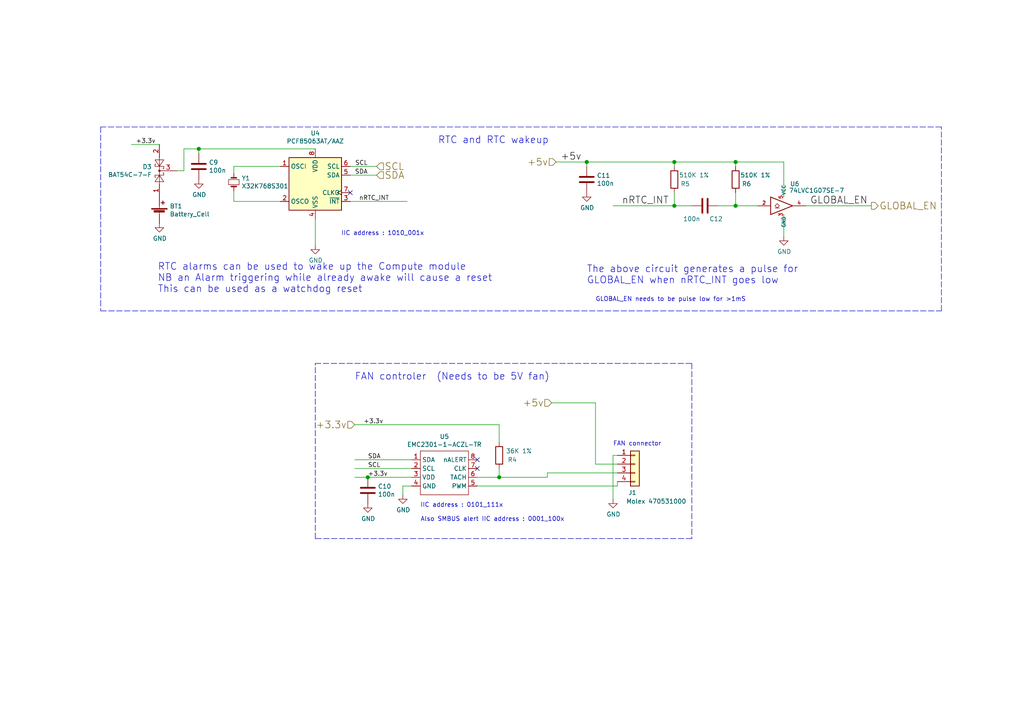
<source format=kicad_sch>
(kicad_sch (version 20231120) (generator "eeschema") (generator_version "8.0")
  (paper "A4")
  (title_block (title "The Brains of the operation") (date "2024-08-17") (rev "V1"))
  (lib_symbols
    (symbol "CM4IO:74LVC1G07_copy"
      (property "Reference" "U" (at -2.54 3.81 0))
      (property "Value" "74LVC1G07_copy" (at 0 -3.81 0))
      (symbol "74LVC1G07_copy_0_1"
        (polyline (pts (xy -2.54 -0.635) (xy -1.27 -0.635)))
        (polyline (pts (xy -3.81 2.54) (xy -3.81 -2.54) (xy 2.54 0) (xy -3.81 2.54)) (stroke (width 0.254)))
        (polyline (pts (xy -1.905 0.635) (xy -2.54 0) (xy -1.905 -0.635) (xy -1.27 0) (xy -1.905 0.635)))
      )
      (symbol "74LVC1G07_copy_1_1"
        (pin input line (at -7.62 0 0) (length 3.81) (name "~") (number "2"))
        (pin power_in line (at 0 -2.54 270) (length 0) (name "GND") (number "3"))
        (pin open_collector line (at 6.35 0 180) (length 3.81) (name "~") (number "4"))
        (pin power_in line (at 0 2.54 90) (length 0) (name "VCC") (number "5"))
      )
    )
    (symbol "CM4IO:EMC2301"
      (property "Reference" "U" (at -7.62 13.97 0))
      (property "Value" "EMC2301" (at -1.27 -1.27 0))
      (symbol "EMC2301_0_0"
        (pin open_collector line (at -11.43 10.16 0) (length 2.54) (name "SDA") (number "1"))
        (pin open_collector line (at -11.43 7.62 0) (length 2.54) (name "SCL") (number "2"))
        (pin power_in line (at -11.43 5.08 0) (length 2.54) (name "VDD") (number "3"))
        (pin power_in line (at -11.43 2.54 0) (length 2.54) (name "GND") (number "4"))
        (pin output line (at 7.62 2.54 180) (length 2.54) (name "PWM") (number "5"))
        (pin input line (at 7.62 5.08 180) (length 2.54) (name "TACH") (number "6"))
        (pin input line (at 7.62 7.62 180) (length 2.54) (name "CLK") (number "7"))
        (pin open_collector line (at 7.62 10.16 180) (length 2.54) (name "nALERT") (number "8"))
      )
      (symbol "EMC2301_0_1"
        (rectangle (start -8.89 12.7) (end 5.08 0))
      )
    )
    (symbol "Connector_Generic:Conn_01x04" (pin_names hide)
      (property "Reference" "J" (at 0 5.08 0))
      (property "Value" "Conn_01x04" (at 0 -7.62 0))
      (symbol "Conn_01x04_1_1"
        (rectangle (start -1.27 -4.953) (end 0 -5.207))
        (rectangle (start -1.27 -2.413) (end 0 -2.667))
        (rectangle (start -1.27 0.127) (end 0 -0.127))
        (rectangle (start -1.27 2.667) (end 0 2.413))
        (rectangle (start -1.27 3.81) (end 1.27 -6.35) (stroke (width 0.254)) (fill (type background)))
        (pin passive line (at -5.08 2.54 0) (length 3.81) (name "Pin_1") (number "1"))
        (pin passive line (at -5.08 0 0) (length 3.81) (name "Pin_2") (number "2"))
        (pin passive line (at -5.08 -2.54 0) (length 3.81) (name "Pin_3") (number "3"))
        (pin passive line (at -5.08 -5.08 0) (length 3.81) (name "Pin_4") (number "4"))
      )
    )
    (symbol "Device:Battery_Cell" (pin_numbers hide) (pin_names (offset 0) hide)
      (property "Reference" "BT" (at 2.54 2.54 0))
      (property "Value" "Battery_Cell" (at 2.54 0 0))
      (symbol "Battery_Cell_0_1"
        (rectangle (start -2.286 1.778) (end 2.286 1.524) (fill (type outline)))
        (rectangle (start -1.5748 1.1938) (end 1.4732 0.6858) (fill (type outline)))
        (polyline (pts (xy 0 0.762) (xy 0 0)))
        (polyline (pts (xy 0 1.778) (xy 0 2.54)))
        (polyline (pts (xy 0.508 3.429) (xy 1.524 3.429)) (stroke (width 0.254)))
        (polyline (pts (xy 1.016 3.937) (xy 1.016 2.921)) (stroke (width 0.254)))
      )
      (symbol "Battery_Cell_1_1"
        (pin passive line (at 0 5.08 270) (length 2.54) (name "+") (number "1"))
        (pin passive line (at 0 -2.54 90) (length 2.54) (name "-") (number "2"))
      )
    )
    (symbol "Device:C" (pin_numbers hide) (pin_names (offset 0.254))
      (property "Reference" "C" (at 0.635 2.54 0))
      (property "Value" "C" (at 0.635 -2.54 0))
      (symbol "C_0_1"
        (polyline (pts (xy -2.032 -0.762) (xy 2.032 -0.762)) (stroke (width 0.508)))
        (polyline (pts (xy -2.032 0.762) (xy 2.032 0.762)) (stroke (width 0.508)))
      )
      (symbol "C_1_1"
        (pin passive line (at 0 3.81 270) (length 2.794) (name "~") (number "1"))
        (pin passive line (at 0 -3.81 90) (length 2.794) (name "~") (number "2"))
      )
    )
    (symbol "Device:Crystal_Small" (pin_numbers hide) (pin_names hide)
      (property "Reference" "Y" (at 0 2.54 0))
      (property "Value" "Crystal_Small" (at 0 -2.54 0))
      (symbol "Crystal_Small_0_1"
        (rectangle (start -0.762 -1.524) (end 0.762 1.524))
        (polyline (pts (xy -1.27 -0.762) (xy -1.27 0.762)) (stroke (width 0.381)))
        (polyline (pts (xy 1.27 -0.762) (xy 1.27 0.762)) (stroke (width 0.381)))
      )
      (symbol "Crystal_Small_1_1"
        (pin passive line (at -2.54 0 0) (length 1.27) (name "1") (number "1"))
        (pin passive line (at 2.54 0 180) (length 1.27) (name "2") (number "2"))
      )
    )
    (symbol "Device:R" (pin_numbers hide) (pin_names (offset 0))
      (property "Reference" "R" (at 2.032 0 90))
      (property "Value" "R" (at 0 0 90))
      (symbol "R_0_1"
        (rectangle (start -1.016 -2.54) (end 1.016 2.54) (stroke (width 0.254)))
      )
      (symbol "R_1_1"
        (pin passive line (at 0 3.81 270) (length 1.27) (name "~") (number "1"))
        (pin passive line (at 0 -3.81 90) (length 1.27) (name "~") (number "2"))
      )
    )
    (symbol "Diode:BAT54C"
      (property "Reference" "D" (at 0.635 -3.81 0))
      (property "Value" "BAT54C" (at -6.35 3.175 0))
      (symbol "BAT54C_0_1"
        (polyline (pts (xy -1.905 0) (xy 1.905 0)))
        (polyline (pts (xy -1.905 1.27) (xy -1.905 1.016)))
        (polyline (pts (xy -1.27 -1.27) (xy -0.635 -1.27)))
        (polyline (pts (xy -1.27 0) (xy -3.81 0)))
        (polyline (pts (xy -1.27 1.27) (xy -1.905 1.27)))
        (polyline (pts (xy -1.27 1.27) (xy -1.27 -1.27)))
        (polyline (pts (xy -0.635 -1.27) (xy -0.635 -1.016)))
        (polyline (pts (xy 0.635 -1.27) (xy 0.635 -1.016)))
        (polyline (pts (xy 1.27 -1.27) (xy 0.635 -1.27)))
        (polyline (pts (xy 1.27 1.27) (xy 1.27 -1.27)))
        (polyline (pts (xy 1.27 1.27) (xy 1.905 1.27)))
        (polyline (pts (xy 1.905 1.27) (xy 1.905 1.016)))
        (polyline (pts (xy 3.81 0) (xy 1.27 0)))
        (polyline (pts (xy -3.175 -1.27) (xy -3.175 1.27) (xy -1.27 0) (xy -3.175 -1.27)))
        (polyline (pts (xy 3.175 -1.27) (xy 3.175 1.27) (xy 1.27 0) (xy 3.175 -1.27)))
        (circle (center 0 0) (radius 0.254) (fill (type outline)))
      )
      (symbol "BAT54C_1_1"
        (pin passive line (at -7.62 0 0) (length 3.81) (name "~") (number "1"))
        (pin passive line (at 7.62 0 180) (length 3.81) (name "~") (number "2"))
        (pin passive line (at 0 -5.08 90) (length 5.08) (name "~") (number "3"))
      )
    )
    (symbol "Timer_RTC:PCF8563T"
      (property "Reference" "U" (at -7.62 8.89 0))
      (property "Value" "PCF8563T" (at 2.54 8.89 0))
      (symbol "PCF8563T_0_1"
        (rectangle (start -7.62 7.62) (end 7.62 -7.62) (stroke (width 0.254)) (fill (type background)))
      )
      (symbol "PCF8563T_1_1"
        (pin input line (at -10.16 5.08 0) (length 2.54) (name "OSCI") (number "1"))
        (pin output line (at -10.16 -5.08 0) (length 2.54) (name "OSCO") (number "2"))
        (pin output line (at 10.16 -5.08 180) (length 2.54) (name "~{INT}") (number "3"))
        (pin power_in line (at 0 -10.16 90) (length 2.54) (name "VSS") (number "4"))
        (pin bidirectional line (at 10.16 2.54 180) (length 2.54) (name "SDA") (number "5"))
        (pin input line (at 10.16 5.08 180) (length 2.54) (name "SCL") (number "6"))
        (pin output clock (at 10.16 -2.54 180) (length 2.54) (name "CLKO") (number "7"))
        (pin power_in line (at 0 10.16 270) (length 2.54) (name "VDD") (number "8"))
      )
    )
    (symbol "power:GND" (power) (pin_names (offset 0))
      (property "Value" "GND" (at 0 -3.81 0))
      (symbol "GND_0_1"
        (polyline (pts (xy 0 0) (xy 0 -1.27) (xy 1.27 -1.27) (xy 0 -2.54) (xy -1.27 -1.27) (xy 0 -1.27)))
      )
      (symbol "GND_1_1"
        (pin power_in line (at 0 0 270) (length 0) hide (name "GND") (number "1"))
      )
    )
  )
  (junction (at 170.18 46.99) (diameter 1.016))
  (junction (at 144.78 138.43) (diameter 1.016))
  (junction (at 213.36 46.99) (diameter 1.016))
  (junction (at 213.36 59.69) (diameter 1.016))
  (junction (at 195.58 46.99) (diameter 1.016))
  (junction (at 106.68 138.43) (diameter 1.016))
  (junction (at 195.58 59.69) (diameter 1.016))
  (junction (at 57.658 43.18) (diameter 1.016))
  (no_connect (at 138.43 133.35))
  (no_connect (at 101.6 55.88))
  (no_connect (at 138.43 135.89))
  (wire (pts (xy 233.68 59.69) (xy 252.73 59.69)))
  (wire (pts (xy 101.6 58.42) (xy 118.11 58.42)))
  (wire (pts (xy 172.72 116.84) (xy 160.02 116.84)))
  (wire (pts (xy 213.36 46.99) (xy 227.33 46.99)))
  (wire (pts (xy 213.36 59.69) (xy 213.36 55.88)))
  (wire (pts (xy 119.38 140.97) (xy 116.84 140.97)))
  (wire (pts (xy 119.38 133.35) (xy 102.87 133.35)))
  (wire (pts (xy 81.28 58.42) (xy 67.818 58.42)))
  (polyline (pts (xy 273.05 36.83) (xy 29.21 36.83)) (stroke (width 0) (type dash)))
  (wire (pts (xy 179.07 132.08) (xy 177.8 132.08)))
  (wire (pts (xy 109.22 50.8) (xy 101.6 50.8)))
  (wire (pts (xy 144.78 138.43) (xy 144.78 135.89)))
  (wire (pts (xy 227.33 46.99) (xy 227.33 57.15)))
  (wire (pts (xy 67.818 48.26) (xy 67.818 50.292)))
  (polyline (pts (xy 29.21 90.17) (xy 273.05 90.17)) (stroke (width 0) (type dash)))
  (polyline (pts (xy 273.05 90.17) (xy 273.05 36.83)) (stroke (width 0) (type dash)))
  (polyline (pts (xy 91.44 156.21) (xy 91.44 105.41)) (stroke (width 0) (type dash)))
  (wire (pts (xy 119.38 138.43) (xy 106.68 138.43)))
  (wire (pts (xy 57.658 43.18) (xy 91.44 43.18)))
  (polyline (pts (xy 200.66 156.21) (xy 91.44 156.21)) (stroke (width 0) (type dash)))
  (wire (pts (xy 67.818 58.42) (xy 67.818 55.372)))
  (wire (pts (xy 109.22 48.26) (xy 101.6 48.26)))
  (wire (pts (xy 177.8 59.69) (xy 195.58 59.69)))
  (wire (pts (xy 161.29 46.99) (xy 170.18 46.99)))
  (wire (pts (xy 195.58 46.99) (xy 195.58 48.26)))
  (wire (pts (xy 116.84 140.97) (xy 116.84 143.51)))
  (wire (pts (xy 195.58 59.69) (xy 195.58 55.88)))
  (wire (pts (xy 213.36 59.69) (xy 219.71 59.69)))
  (wire (pts (xy 53.34 43.18) (xy 57.658 43.18)))
  (polyline (pts (xy 29.21 36.83) (xy 29.21 90.17)) (stroke (width 0) (type dash)))
  (wire (pts (xy 179.07 137.16) (xy 158.75 137.16)))
  (wire (pts (xy 179.07 134.62) (xy 172.72 134.62)))
  (wire (pts (xy 179.07 140.97) (xy 179.07 139.7)))
  (wire (pts (xy 227.33 62.23) (xy 227.33 68.58)))
  (wire (pts (xy 170.18 46.99) (xy 195.58 46.99)))
  (wire (pts (xy 67.818 48.26) (xy 81.28 48.26)))
  (wire (pts (xy 213.36 46.99) (xy 213.36 48.26)))
  (wire (pts (xy 158.75 137.16) (xy 158.75 138.43)))
  (wire (pts (xy 57.658 43.18) (xy 57.658 44.4754)))
  (wire (pts (xy 53.34 49.53) (xy 53.34 43.18)))
  (wire (pts (xy 106.68 138.43) (xy 102.87 138.43)))
  (polyline (pts (xy 91.44 105.41) (xy 200.66 105.41)) (stroke (width 0) (type dash)))
  (wire (pts (xy 177.8 132.08) (xy 177.8 144.78)))
  (wire (pts (xy 102.87 123.19) (xy 144.78 123.19)))
  (wire (pts (xy 119.38 135.89) (xy 102.87 135.89)))
  (wire (pts (xy 172.72 116.84) (xy 172.72 134.62)))
  (wire (pts (xy 144.78 138.43) (xy 158.75 138.43)))
  (wire (pts (xy 195.58 59.69) (xy 200.66 59.69)))
  (wire (pts (xy 195.58 46.99) (xy 213.36 46.99)))
  (wire (pts (xy 144.78 123.19) (xy 144.78 128.27)))
  (wire (pts (xy 138.43 138.43) (xy 144.78 138.43)))
  (wire (pts (xy 91.44 63.5) (xy 91.44 71.12)))
  (wire (pts (xy 51.308 49.53) (xy 53.34 49.53)))
  (wire (pts (xy 208.28 59.69) (xy 213.36 59.69)))
  (wire (pts (xy 138.43 140.97) (xy 179.07 140.97)))
  (wire (pts (xy 170.18 48.26) (xy 170.18 46.99)))
  (polyline (pts (xy 200.66 105.41) (xy 200.66 156.21)) (stroke (width 0) (type dash)))
  (wire (pts (xy 38.1 41.91) (xy 46.228 41.91)))
  (text "The above circuit generates a pulse for\nGLOBAL_EN when nRTC_INT goes low" (at 170.18 82.55 0) (effects (font (size 2.0066 2.0066)) (justify left bottom)))
  (text "FAN controler  (Needs to be 5V fan)" (at 102.87 110.49 0) (effects (font (size 2.0066 2.0066)) (justify left bottom)))
  (text "IIC address : 1010_001x" (at 98.9838 68.5038 0) (effects (font (size 1.27 1.27)) (justify left bottom)))
  (text "RTC alarms can be used to wake up the Compute module\nNB an Alarm triggering while already awake will cause a reset \nThis can be used as a watchdog reset " (at 45.72 85.09 0) (effects (font (size 2.0066 2.0066)) (justify left bottom)))
  (text "Also SMBUS alert IIC address : 0001_100x" (at 121.9454 151.4094 0) (effects (font (size 1.27 1.27)) (justify left bottom)))
  (text "IIC address : 0101_111x" (at 121.92 147.32 0) (effects (font (size 1.27 1.27)) (justify left bottom)))
  (text "RTC and RTC wakeup" (at 127 41.91 0) (effects (font (size 2.0066 2.0066)) (justify left bottom)))
  (text "GLOBAL_EN needs to be pulse low for >1mS" (at 172.72 87.63 0) (effects (font (size 1.27 1.27)) (justify left bottom)))
  (text "FAN connector\n" (at 177.8 129.54 0) (effects (font (size 1.27 1.27)) (justify left bottom)))
  (label "GLOBAL_EN" (at 234.95 59.69 0) (effects (font (size 2.0066 2.0066))))
  (label "+3.3v" (at 106.68 138.43 0))
  (label "SDA" (at 106.68 50.8 180))
  (label "SCL" (at 106.68 48.26 180))
  (label "+3.3v" (at 39.37 41.91 0))
  (label "SDA" (at 106.68 133.35 0))
  (label "nRTC_INT" (at 180.34 59.69 0) (effects (font (size 2.0066 2.0066))))
  (label "SCL" (at 106.68 135.89 0))
  (label "+3.3v" (at 105.41 123.19 0))
  (label "nRTC_INT" (at 104.14 58.42 0))
  (label "+5v" (at 162.56 46.99 0) (effects (font (size 2.0066 2.0066))))
  (hierarchical_label "SDA" (shape input) (at 109.22 50.8 0) (effects (font (size 2.0066 2.0066))))
  (hierarchical_label "+3.3v" (shape input) (at 102.87 123.19 180) (effects (font (size 2.0066 2.0066))))
  (hierarchical_label "GLOBAL_EN" (shape output) (at 252.73 59.69 0) (effects (font (size 2.0066 2.0066))))
  (hierarchical_label "+5v" (shape input) (at 160.02 116.84 180) (effects (font (size 2.0066 2.0066))))
  (hierarchical_label "+5v" (shape input) (at 161.29 46.99 180) (effects (font (size 2.0066 2.0066))))
  (hierarchical_label "SCL" (shape input) (at 109.22 48.26 0) (effects (font (size 2.0066 2.0066))))
  (symbol (lib_id "power:GND") (at 227.33 68.58 0) (unit 1)
    (property "Reference" "#PWR025" (effects (hide yes)))
    (property "Value" "GND" (at 227.457 72.9742 0))
  )
  (symbol (lib_id "power:GND") (at 46.228 64.77 0) (unit 1)
    (property "Reference" "#PWR018" (effects (hide yes)))
    (property "Value" "GND" (at 46.355 69.1642 0))
  )
  (symbol (lib_id "CM4IO:74LVC1G07_copy") (at 227.33 59.69 0) (unit 1)
    (property "Reference" "U6" (at 230.505 53.34 0))
    (property "Value" "74LVC1G07SE-7" (at 236.855 55.245 0))
    (property "Footprint" "Package_TO_SOT_SMD:SOT-353_SC-70-5" (effects (hide yes)))
    (property "Datasheet" "https://www.diodes.com/assets/Datasheets/74LVC1G07.pdf" (effects (hide yes)))
    (property "Field4" "Farnell" (effects (hide yes)))
    (property "Field5" "2425492" (effects (hide yes)))
    (property "Field6" "74LVC1G07SE-7" (effects (hide yes)))
    (property "Field7" "Diodes" (effects (hide yes)))
    (property "Part Description" "Buffer, Non-Inverting 1 Element 1 Bit per Element Open Drain Output SOT-353" (effects (hide yes)))
  )
  (symbol (lib_id "Device:R") (at 195.58 52.07 180) (unit 1)
    (property "Reference" "R5" (at 198.755 53.34 0))
    (property "Value" "510K 1%" (at 201.295 50.8 0))
    (property "Footprint" "Resistor_SMD:R_0402_1005Metric" (effects (hide yes)))
    (property "Datasheet" "https://fscdn.rohm.com/en/products/databook/datasheet/passive/resistor/chip_resistor/mcr-e.pdf" (effects (hide yes)))
    (property "Field4" "Farnell" (effects (hide yes)))
    (property "Field5" "1458807" (effects (hide yes)))
    (property "Field7" "Rohm" (effects (hide yes)))
    (property "Field6" "MCR01MZPF5103" (effects (hide yes)))
    (property "Part Description" "Resistor 510K M1005 1% 63mW" (effects (hide yes)))
  )
  (symbol (lib_id "Timer_RTC:PCF8563T") (at 91.44 53.34 0) (unit 1)
    (property "Reference" "U4" (at 91.44 38.6334 0))
    (property "Value" "PCF85063AT/AAZ" (at 91.44 40.9448 0))
    (property "Footprint" "Package_SO:SOIC-8_3.9x4.9mm_P1.27mm" (effects (hide yes)))
    (property "Datasheet" "https://www.nxp.com/docs/en/data-sheet/PCF85063A.pdf" (effects (hide yes)))
    (property "Field4" "Farnell" (effects (hide yes)))
    (property "Field5" "2890042" (effects (hide yes)))
    (property "Field7" "NXP" (effects (hide yes)))
    (property "Field6" "PCF85063AT/AAZ" (effects (hide yes)))
    (property "Part Description" "Real Time Clock (RTC) IC Clock/Calendar I²C, 2-Wire Serial 8-SOIC (0.154\", 3.90mm Width)" (effects (hide yes)))
  )
  (symbol (lib_id "power:GND") (at 170.18 55.88 0) (unit 1)
    (property "Reference" "#PWR023" (effects (hide yes)))
    (property "Value" "GND" (at 170.307 60.2742 0))
  )
  (symbol (lib_id "Connector_Generic:Conn_01x04") (at 184.15 134.62 0) (unit 1)
    (property "Reference" "J1" (at 182.245 142.875 0) (effects (justify left)))
    (property "Value" "Molex 470531000" (at 181.61 145.415 0) (effects (justify left)))
    (property "Footprint" "Connector:FanPinHeader_1x04_P2.54mm_Vertical" (effects (hide yes)))
    (property "Datasheet" "https://www.molex.com/pdm_docs/sd/470531000_sd.pdf" (effects (hide yes)))
    (property "Field4" "Farnell" (effects (hide yes)))
    (property "Field5" "	2313705" (effects (hide yes)))
    (property "Field6" "470531000" (effects (hide yes)))
    (property "Field7" "Molex" (effects (hide yes)))
    (property "Part Description" "	Connector Header Through Hole 4 position 0.100\" (2.54mm)" (effects (hide yes)))
  )
  (symbol (lib_id "Device:Crystal_Small") (at 67.818 52.832 90) (unit 1)
    (property "Reference" "Y1" (at 70.0532 51.689 90) (effects (justify right)))
    (property "Value" "X32K768S301" (at 70.0532 53.975 90) (effects (justify right)))
    (property "Footprint" "Crystal:Crystal_SMD_3215-2Pin_3.2x1.5mm" (effects (hide yes)))
    (property "Field6" "X32K768S301" (effects (hide yes)))
    (property "Field7" "AEL" (effects (hide yes)))
    (property "Part Description" "Crystal 32.768KHz 7pF 20pmm" (effects (hide yes)))
  )
  (symbol (lib_id "power:GND") (at 116.84 143.51 0) (unit 1)
    (property "Reference" "#PWR022" (effects (hide yes)))
    (property "Value" "GND" (at 116.967 147.9042 0))
  )
  (symbol (lib_id "Device:C") (at 57.658 48.2854 0) (unit 1)
    (property "Reference" "C9" (at 60.579 47.117 0) (effects (justify left)))
    (property "Value" "100n" (at 60.579 49.4284 0) (effects (justify left)))
    (property "Footprint" "Capacitor_SMD:C_0402_1005Metric" (effects (hide yes)))
    (property "Datasheet" "https://search.murata.co.jp/Ceramy/image/img/A01X/G101/ENG/GRM155R71C104KA88-01.pdf" (effects (hide yes)))
    (property "Field4" "Farnell" (effects (hide yes)))
    (property "Field5" "2611911" (effects (hide yes)))
    (property "Field6" "RM EMK105 B7104KV-F" (effects (hide yes)))
    (property "Field7" "TAIYO YUDEN EUROPE GMBH" (effects (hide yes)))
    (property "Part Description" "	0.1uF 10% 16V Ceramic Capacitor X7R 0402 (1005 Metric)" (effects (hide yes)))
    (property "Field8" "110091611" (effects (hide yes)))
  )
  (symbol (lib_id "Device:Battery_Cell") (at 46.228 62.23 0) (unit 1)
    (property "Reference" "BT1" (at 49.2252 59.7916 0) (effects (justify left)))
    (property "Value" "Battery_Cell" (at 49.2252 62.103 0) (effects (justify left)))
    (property "Footprint" "Battery:BatteryHolder_Keystone_3034_1x20mm" (effects (hide yes)))
    (property "Datasheet" "https://www.keyelco.com/userAssets/file/M65p9.pdf" (effects (hide yes)))
    (property "Field4" "Digikey" (effects (hide yes)))
    (property "Field5" "36-3034-ND" (effects (hide yes)))
    (property "Field6" "3034" (effects (hide yes)))
    (property "Field7" "Keystone" (effects (hide yes)))
    (property "Part Description" "	Battery Retainer Coin, 20.0mm 1 Cell SMD (SMT) Tab" (effects (hide yes)))
  )
  (symbol (lib_id "power:GND") (at 57.658 52.0954 0) (unit 1)
    (property "Reference" "#PWR019" (effects (hide yes)))
    (property "Value" "GND" (at 57.785 56.4896 0))
  )
  (symbol (lib_id "Device:C") (at 106.68 142.24 0) (unit 1)
    (property "Reference" "C10" (at 109.601 141.0716 0) (effects (justify left)))
    (property "Value" "100n" (at 109.601 143.383 0) (effects (justify left)))
    (property "Footprint" "Capacitor_SMD:C_0402_1005Metric" (effects (hide yes)))
    (property "Datasheet" "https://search.murata.co.jp/Ceramy/image/img/A01X/G101/ENG/GRM155R71C104KA88-01.pdf" (effects (hide yes)))
    (property "Field4" "Farnell" (effects (hide yes)))
    (property "Field5" "2611911" (effects (hide yes)))
    (property "Field6" "RM EMK105 B7104KV-F" (effects (hide yes)))
    (property "Field7" "TAIYO YUDEN EUROPE GMBH" (effects (hide yes)))
    (property "Part Description" "	0.1uF 10% 16V Ceramic Capacitor X7R 0402 (1005 Metric)" (effects (hide yes)))
    (property "Field8" "110091611" (effects (hide yes)))
  )
  (symbol (lib_id "Device:R") (at 144.78 132.08 180) (unit 1)
    (property "Reference" "R4" (at 148.59 133.35 0))
    (property "Value" "36K 1%" (at 150.495 130.81 0))
    (property "Footprint" "Resistor_SMD:R_0402_1005Metric" (effects (hide yes)))
    (property "Datasheet" "https://fscdn.rohm.com/en/products/databook/datasheet/passive/resistor/chip_resistor/mcr-e.pdf" (effects (hide yes)))
    (property "Field4" "Farnell" (effects (hide yes)))
    (property "Field5" "1458788" (effects (hide yes)))
    (property "Field7" "Rohm" (effects (hide yes)))
    (property "Field6" "MCR01MZPF3602" (effects (hide yes)))
    (property "Part Description" "Resistor 36K M1005 1% 63mW" (effects (hide yes)))
  )
  (symbol (lib_id "Device:C") (at 204.47 59.69 270) (unit 1)
    (property "Reference" "C12" (at 205.74 63.5 90) (effects (justify left)))
    (property "Value" "100n" (at 198.12 63.5 90) (effects (justify left)))
    (property "Footprint" "Capacitor_SMD:C_0402_1005Metric" (effects (hide yes)))
    (property "Datasheet" "https://search.murata.co.jp/Ceramy/image/img/A01X/G101/ENG/GRM155R71C104KA88-01.pdf" (effects (hide yes)))
    (property "Field4" "Farnell" (effects (hide yes)))
    (property "Field5" "2611911" (effects (hide yes)))
    (property "Field6" "RM EMK105 B7104KV-F" (effects (hide yes)))
    (property "Field7" "TAIYO YUDEN EUROPE GMBH" (effects (hide yes)))
    (property "Part Description" "	0.1uF 10% 16V Ceramic Capacitor X7R 0402 (1005 Metric)" (effects (hide yes)))
    (property "Field8" "110091611" (effects (hide yes)))
  )
  (symbol (lib_id "power:GND") (at 106.68 146.05 0) (unit 1)
    (property "Reference" "#PWR021" (effects (hide yes)))
    (property "Value" "GND" (at 106.807 150.4442 0))
  )
  (symbol (lib_id "power:GND") (at 177.8 144.78 0) (unit 1)
    (property "Reference" "#PWR024" (effects (hide yes)))
    (property "Value" "GND" (at 177.927 149.1742 0))
  )
  (symbol (lib_id "Device:C") (at 170.18 52.07 0) (unit 1)
    (property "Reference" "C11" (at 173.101 50.9016 0) (effects (justify left)))
    (property "Value" "100n" (at 173.101 53.213 0) (effects (justify left)))
    (property "Footprint" "Capacitor_SMD:C_0402_1005Metric" (effects (hide yes)))
    (property "Datasheet" "https://search.murata.co.jp/Ceramy/image/img/A01X/G101/ENG/GRM155R71C104KA88-01.pdf" (effects (hide yes)))
    (property "Field4" "Farnell" (effects (hide yes)))
    (property "Field5" "2611911" (effects (hide yes)))
    (property "Field6" "RM EMK105 B7104KV-F" (effects (hide yes)))
    (property "Field7" "TAIYO YUDEN EUROPE GMBH" (effects (hide yes)))
    (property "Part Description" "	0.1uF 10% 16V Ceramic Capacitor X7R 0402 (1005 Metric)" (effects (hide yes)))
    (property "Field8" "110091611" (effects (hide yes)))
  )
  (symbol (lib_id "CM4IO:EMC2301") (at 130.81 143.51 0) (unit 1)
    (property "Reference" "U5" (at 128.905 126.619 0))
    (property "Value" "EMC2301-1-ACZL-TR" (at 128.905 128.9304 0))
    (property "Footprint" "Package_SO:MSOP-8_3x3mm_P0.65mm" (effects (hide yes)))
    (property "Datasheet" "https://ww1.microchip.com/downloads/en/DeviceDoc/2301.pdf" (effects (hide yes)))
    (property "Field4" "Digikey" (effects (hide yes)))
    (property "Field5" "EMC2301-1-ACZL-CT-ND" (effects (hide yes)))
    (property "Field6" "EMC2301-1-ACZL-TR" (effects (hide yes)))
    (property "Field7" "Microchip" (effects (hide yes)))
    (property "Part Description" "Motor Driver PWM 8-MSOP" (effects (hide yes)))
  )
  (symbol (lib_id "Diode:BAT54C") (at 46.228 49.53 90) (unit 1)
    (property "Reference" "D3" (at 44.0182 48.387 90) (effects (justify left)))
    (property "Value" "BAT54C-7-F" (at 44.0182 50.673 90) (effects (justify left)))
    (property "Footprint" "Package_TO_SOT_SMD:SOT-23" (effects (hide yes)))
    (property "Datasheet" "http://www.farnell.com/datasheets/2861240.pdf?_ga=2.129831176.54358802.1587372871-1787849031.1568210898&_gac=1.175311126.1587399424.EAIaIQobChMInOvF07P36AIVw7HtCh0NWwCeEAAYAyAAEgI0YfD_BwE" (effects (hide yes)))
    (property "Field4" "Farnell" (effects (hide yes)))
    (property "Field5" "2306010" (effects (hide yes)))
    (property "Field6" "BAT54C-7-F" (effects (hide yes)))
    (property "Field7" "Rohm" (effects (hide yes)))
    (property "Part Description" "Diode Array 1 Pair Common Cathode Schottky 30V 200mA (DC) Surface Mount TO-236-3, SC-59, SOT-23-3" (effects (hide yes)))
  )
  (symbol (lib_id "power:GND") (at 91.44 71.12 0) (unit 1)
    (property "Reference" "#PWR020" (effects (hide yes)))
    (property "Value" "GND" (at 91.567 75.5142 0))
  )
  (symbol (lib_id "Device:R") (at 213.36 52.07 180) (unit 1)
    (property "Reference" "R6" (at 216.535 53.34 0))
    (property "Value" "510K 1%" (at 219.075 50.8 0))
    (property "Footprint" "Resistor_SMD:R_0402_1005Metric" (effects (hide yes)))
    (property "Datasheet" "https://fscdn.rohm.com/en/products/databook/datasheet/passive/resistor/chip_resistor/mcr-e.pdf" (effects (hide yes)))
    (property "Field4" "Farnell" (effects (hide yes)))
    (property "Field5" "1458807" (effects (hide yes)))
    (property "Field7" "Rohm" (effects (hide yes)))
    (property "Field6" "MCR01MZPF5103" (effects (hide yes)))
    (property "Part Description" "Resistor 510K M1005 1% 63mW" (effects (hide yes)))
  )
)
</source>
